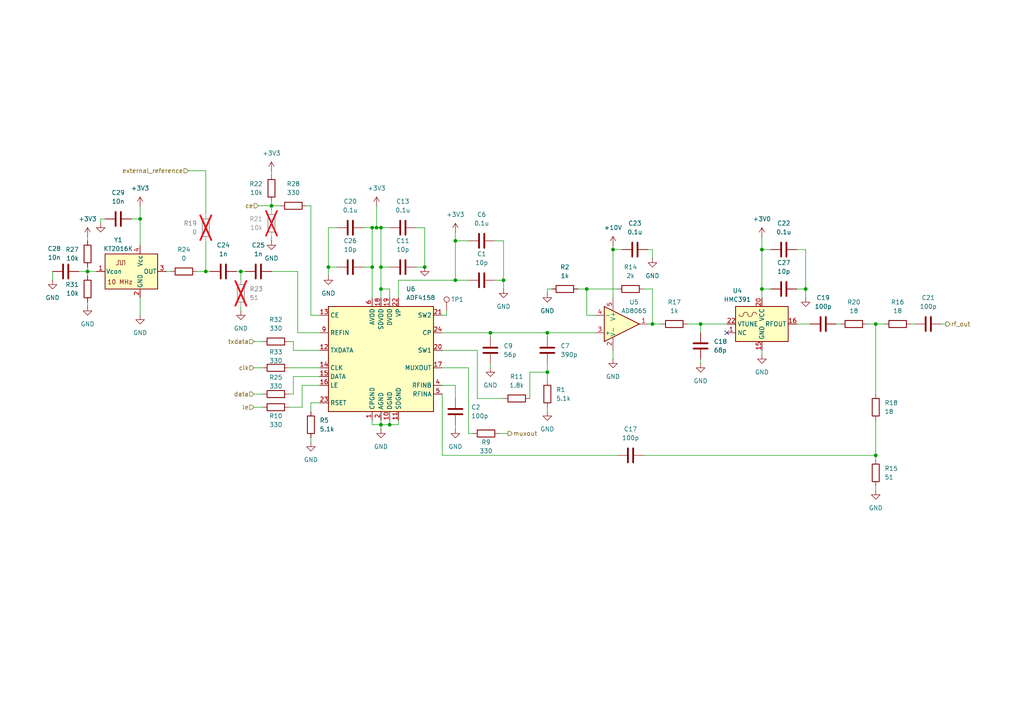
<source format=kicad_sch>
(kicad_sch (version 20250114) (generator "eeschema") (generator_version "9.0")
  (paper "A4")
  (title_block (title "ADF4158 + HMC391 PCB") (rev "v1.0") (company "Daniel Estévez"))
  (lib_symbols
    (symbol "ADF4158_PCB_library:AD8065" (pin_names (offset 0.127))
      (property "Reference" "U" (at 0 5.08 0))
      (property "Value" "AD8065" (at 0 -5.08 0))
      (symbol "AD8065_0_1"
        (polyline (pts (xy -5.08 5.08) (xy 5.08 0) (xy -5.08 -5.08) (xy -5.08 5.08)) (stroke (width 0.254)) (fill (type background)))
        (pin power_in line (at -2.54 7.62 270) (length 3.81) (name "V+") (number "5"))
        (pin power_in line (at -2.54 -7.62 90) (length 3.81) (name "V-") (number "2"))
      )
      (symbol "AD8065_1_1"
        (pin input line (at -7.62 2.54 0) (length 2.54) (name "-") (number "4"))
        (pin input line (at -7.62 -2.54 0) (length 2.54) (name "+") (number "3"))
        (pin output line (at 7.62 0 180) (length 2.54) (name "~") (number "1"))
      )
    )
    (symbol "ADF4158_PCB_library:HMC391"
      (property "Reference" "U" (at -6.35 6.35 0))
      (property "Value" "HMC391" (at 5.08 6.35 0))
      (symbol "HMC391_0_1"
        (rectangle (start -7.62 5.08) (end 7.62 -5.08) (stroke (width 0.254)) (fill (type background)))
        (arc (start -5.334 2.794) (mid -5.969 2.1617) (end -6.604 2.794))
        (arc (start -5.334 2.794) (mid -4.699 3.4263) (end -4.064 2.794))
        (arc (start -2.794 2.794) (mid -3.429 2.1617) (end -4.064 2.794))
        (arc (start -2.794 2.794) (mid -2.159 3.4263) (end -1.524 2.794))
      )
      (symbol "HMC391_1_1"
        (pin input line (at -10.16 0 0) (length 2.54) (name "VTUNE") (number "22"))
        (pin passive line (at -10.16 -2.54 0) (length 2.54) (name "NC") (number "1"))
        (pin passive line (at -10.16 -2.54 0) (length 2.54) (hide yes) (name "NC") (number "10"))
        (pin passive line (at -10.16 -2.54 0) (length 2.54) (hide yes) (name "NC") (number "11"))
        (pin passive line (at -10.16 -2.54 0) (length 2.54) (hide yes) (name "NC") (number "12"))
        (pin passive line (at -10.16 -2.54 0) (length 2.54) (hide yes) (name "NC") (number "13"))
        (pin passive line (at -10.16 -2.54 0) (length 2.54) (hide yes) (name "NC") (number "14"))
        (pin passive line (at -10.16 -2.54 0) (length 2.54) (hide yes) (name "NC") (number "17"))
        (pin passive line (at -10.16 -2.54 0) (length 2.54) (hide yes) (name "NC") (number "18"))
        (pin passive line (at -10.16 -2.54 0) (length 2.54) (hide yes) (name "NC") (number "19"))
        (pin passive line (at -10.16 -2.54 0) (length 2.54) (hide yes) (name "NC") (number "2"))
        (pin passive line (at -10.16 -2.54 0) (length 2.54) (hide yes) (name "NC") (number "21"))
        (pin passive line (at -10.16 -2.54 0) (length 2.54) (hide yes) (name "NC") (number "23"))
        (pin passive line (at -10.16 -2.54 0) (length 2.54) (hide yes) (name "NC") (number "24"))
        (pin passive line (at -10.16 -2.54 0) (length 2.54) (hide yes) (name "NC") (number "3"))
        (pin passive line (at -10.16 -2.54 0) (length 2.54) (hide yes) (name "NC") (number "4"))
        (pin passive line (at -10.16 -2.54 0) (length 2.54) (hide yes) (name "NC") (number "5"))
        (pin passive line (at -10.16 -2.54 0) (length 2.54) (hide yes) (name "NC") (number "6"))
        (pin passive line (at -10.16 -2.54 0) (length 2.54) (hide yes) (name "NC") (number "7"))
        (pin passive line (at -10.16 -2.54 0) (length 2.54) (hide yes) (name "NC") (number "8"))
        (pin passive line (at -10.16 -2.54 0) (length 2.54) (hide yes) (name "NC") (number "9"))
        (pin power_in line (at 0 7.62 270) (length 2.54) (name "VCC") (number "20"))
        (pin power_in line (at 0 -7.62 90) (length 2.54) (name "GND") (number "15"))
        (pin passive line (at 0 -7.62 90) (length 2.54) (hide yes) (name "GND") (number "25"))
        (pin output line (at 10.16 0 180) (length 2.54) (name "RFOUT") (number "16"))
      )
    )
    (symbol "ADF4158_PCB_library:KT2016K" (pin_names (offset 0.254))
      (property "Reference" "Y" (at -5.08 6.35 0))
      (property "Value" "KT2016K" (at 1.27 -6.35 0))
      (symbol "KT2016K_0_1"
        (rectangle (start -10.16 5.08) (end 5.08 -5.08) (stroke (width 0.254)) (fill (type background)))
        (polyline (pts (xy -6.985 1.905) (xy -6.35 1.905) (xy -6.35 3.175) (xy -5.715 3.175) (xy -5.715 1.905) (xy -5.08 1.905) (xy -5.08 3.175) (xy -4.445 3.175) (xy -4.445 1.905)))
      )
      (symbol "KT2016K_1_1"
        (text "10 MHz" (at -5.842 -3.048 0) (effects (font (size 1.27 1.27))))
        (pin input line (at -12.7 0 0) (length 2.54) (name "Vcon") (number "1"))
        (pin power_in line (at 0 7.62 270) (length 2.54) (name "Vcc") (number "4"))
        (pin power_in line (at 0 -7.62 90) (length 2.54) (name "GND") (number "2"))
        (pin output line (at 7.62 0 180) (length 2.54) (name "OUT") (number "3"))
      )
    )
    (symbol "Connector:TestPoint" (pin_numbers (hide yes)) (pin_names (offset 0.762) (hide yes))
      (property "Reference" "TP" (at 0 6.858 0))
      (property "Value" "TestPoint" (at 0 5.08 0))
      (symbol "TestPoint_0_1"
        (circle (center 0 3.302) (radius 0.762))
      )
      (symbol "TestPoint_1_1"
        (pin passive line (at 0 0 90) (length 2.54) (name "1") (number "1"))
      )
    )
    (symbol "Device:C" (pin_numbers (hide yes)) (pin_names (offset 0.254))
      (property "Reference" "C" (at 0.635 2.54 0))
      (property "Value" "C" (at 0.635 -2.54 0))
      (symbol "C_0_1"
        (polyline (pts (xy -2.032 0.762) (xy 2.032 0.762)) (stroke (width 0.508)))
        (polyline (pts (xy -2.032 -0.762) (xy 2.032 -0.762)) (stroke (width 0.508)))
      )
      (symbol "C_1_1"
        (pin passive line (at 0 3.81 270) (length 2.794) (name "~") (number "1"))
        (pin passive line (at 0 -3.81 90) (length 2.794) (name "~") (number "2"))
      )
    )
    (symbol "Device:R" (pin_numbers (hide yes)) (pin_names (offset 0))
      (property "Reference" "R" (at 2.032 0 90))
      (property "Value" "R" (at 0 0 90))
      (symbol "R_0_1"
        (rectangle (start -1.016 -2.54) (end 1.016 2.54) (stroke (width 0.254)))
      )
      (symbol "R_1_1"
        (pin passive line (at 0 3.81 270) (length 1.27) (name "~") (number "1"))
        (pin passive line (at 0 -3.81 90) (length 1.27) (name "~") (number "2"))
      )
    )
    (symbol "Timer_PLL:ADF4158"
      (property "Reference" "U" (at 0 2.54 0))
      (property "Value" "ADF4158" (at 0 0 0))
      (symbol "ADF4158_0_1"
        (rectangle (start -15.24 15.24) (end 15.24 -15.24) (stroke (width 0.254)) (fill (type background)))
      )
      (symbol "ADF4158_1_1"
        (pin input line (at -17.78 12.7 0) (length 2.54) (name "CE") (number "13"))
        (pin input line (at -17.78 7.62 0) (length 2.54) (name "REFIN") (number "9"))
        (pin input line (at -17.78 2.54 0) (length 2.54) (name "TXDATA") (number "12"))
        (pin input line (at -17.78 -2.54 0) (length 2.54) (name "CLK") (number "14"))
        (pin input line (at -17.78 -5.08 0) (length 2.54) (name "DATA") (number "15"))
        (pin input line (at -17.78 -7.62 0) (length 2.54) (name "LE") (number "16"))
        (pin passive line (at -17.78 -12.7 0) (length 2.54) (name "RSET") (number "23"))
        (pin power_in line (at -2.54 17.78 270) (length 2.54) (name "AVDD") (number "6"))
        (pin passive line (at -2.54 17.78 270) (length 2.54) (hide yes) (name "AVDD") (number "7"))
        (pin passive line (at -2.54 17.78 270) (length 2.54) (hide yes) (name "AVDD") (number "8"))
        (pin power_in line (at -2.54 -17.78 90) (length 2.54) (name "CPGND") (number "1"))
        (pin power_in line (at 0 17.78 270) (length 2.54) (name "SDVDD") (number "18"))
        (pin power_in line (at 0 -17.78 90) (length 2.54) (name "AGND") (number "2"))
        (pin passive line (at 0 -17.78 90) (length 2.54) (hide yes) (name "AGND") (number "25"))
        (pin passive line (at 0 -17.78 90) (length 2.54) (hide yes) (name "AGND") (number "3"))
        (pin power_in line (at 2.54 17.78 270) (length 2.54) (name "DVDD") (number "19"))
        (pin power_in line (at 2.54 -17.78 90) (length 2.54) (name "DGND") (number "10"))
        (pin power_in line (at 5.08 17.78 270) (length 2.54) (name "VP") (number "22"))
        (pin power_in line (at 5.08 -17.78 90) (length 2.54) (name "SDGND") (number "11"))
        (pin passive line (at 17.78 12.7 180) (length 2.54) (name "SW2") (number "21"))
        (pin output line (at 17.78 7.62 180) (length 2.54) (name "CP") (number "24"))
        (pin passive line (at 17.78 2.54 180) (length 2.54) (name "SW1") (number "20"))
        (pin output line (at 17.78 -2.54 180) (length 2.54) (name "MUXOUT") (number "17"))
        (pin input line (at 17.78 -7.62 180) (length 2.54) (name "RFINB") (number "4"))
        (pin input line (at 17.78 -10.16 180) (length 2.54) (name "RFINA") (number "5"))
      )
    )
    (symbol "power:+10V" (power) (pin_numbers (hide yes)) (pin_names (offset 0) (hide yes))
      (property "Value" "+10V" (at 0 3.556 0))
      (symbol "+10V_0_1"
        (polyline (pts (xy -0.762 1.27) (xy 0 2.54)))
        (polyline (pts (xy 0 2.54) (xy 0.762 1.27)))
        (polyline (pts (xy 0 0) (xy 0 2.54)))
      )
      (symbol "+10V_1_1"
        (pin power_in line (at 0 0 90) (length 0) (name "~") (number "1"))
      )
    )
    (symbol "power:+3V0" (power) (pin_numbers (hide yes)) (pin_names (offset 0) (hide yes))
      (property "Value" "+3V0" (at 0 3.556 0))
      (symbol "+3V0_0_1"
        (polyline (pts (xy -0.762 1.27) (xy 0 2.54)))
        (polyline (pts (xy 0 2.54) (xy 0.762 1.27)))
        (polyline (pts (xy 0 0) (xy 0 2.54)))
      )
      (symbol "+3V0_1_1"
        (pin power_in line (at 0 0 90) (length 0) (name "~") (number "1"))
      )
    )
    (symbol "power:+3V3" (power) (pin_numbers (hide yes)) (pin_names (offset 0) (hide yes))
      (property "Value" "+3V3" (at 0 3.556 0))
      (symbol "+3V3_0_1"
        (polyline (pts (xy -0.762 1.27) (xy 0 2.54)))
        (polyline (pts (xy 0 2.54) (xy 0.762 1.27)))
        (polyline (pts (xy 0 0) (xy 0 2.54)))
      )
      (symbol "+3V3_1_1"
        (pin power_in line (at 0 0 90) (length 0) (name "~") (number "1"))
      )
    )
    (symbol "power:GND" (power) (pin_numbers (hide yes)) (pin_names (offset 0) (hide yes))
      (property "Value" "GND" (at 0 -3.81 0))
      (symbol "GND_0_1"
        (polyline (pts (xy 0 0) (xy 0 -1.27) (xy 1.27 -1.27) (xy 0 -2.54) (xy -1.27 -1.27) (xy 0 -1.27)))
      )
      (symbol "GND_1_1"
        (pin power_in line (at 0 0 270) (length 0) (name "~") (number "1"))
      )
    )
  )
  (junction (at 158.75 96.52))
  (junction (at 123.19 77.47))
  (junction (at 146.05 81.28))
  (junction (at 113.03 123.19))
  (junction (at 69.85 78.74))
  (junction (at 158.75 107.95))
  (junction (at 203.2 93.98))
  (junction (at 170.18 83.82))
  (junction (at 132.08 81.28))
  (junction (at 40.64 63.5))
  (junction (at 220.98 83.82))
  (junction (at 109.22 66.04))
  (junction (at 220.98 72.39))
  (junction (at 177.8 72.39))
  (junction (at 95.25 77.47))
  (junction (at 189.23 93.98))
  (junction (at 110.49 123.19))
  (junction (at 59.69 78.74))
  (junction (at 25.4 78.74))
  (junction (at 233.68 83.82))
  (junction (at 107.95 66.04))
  (junction (at 254 132.08))
  (junction (at 107.95 77.47))
  (junction (at 254 93.98))
  (junction (at 110.49 83.82))
  (junction (at 110.49 66.04))
  (junction (at 132.08 69.85))
  (junction (at 142.24 96.52))
  (junction (at 78.74 59.69))
  (junction (at 110.49 77.47))
  (no_connect (at 210.82 96.52))
  (wire (pts (xy 87.63 118.11) (xy 87.63 111.76)))
  (wire (pts (xy 132.08 81.28) (xy 115.57 81.28)))
  (wire (pts (xy 158.75 107.95) (xy 158.75 110.49)))
  (wire (pts (xy 167.64 83.82) (xy 170.18 83.82)))
  (wire (pts (xy 220.98 68.58) (xy 220.98 72.39)))
  (wire (pts (xy 92.71 116.84) (xy 90.17 116.84)))
  (wire (pts (xy 57.15 78.74) (xy 59.69 78.74)))
  (wire (pts (xy 132.08 67.31) (xy 132.08 69.85)))
  (wire (pts (xy 123.19 77.47) (xy 120.65 77.47)))
  (wire (pts (xy 83.82 99.06) (xy 85.09 99.06)))
  (wire (pts (xy 110.49 123.19) (xy 110.49 124.46)))
  (wire (pts (xy 129.54 91.44) (xy 129.54 90.17)))
  (wire (pts (xy 177.8 101.6) (xy 177.8 104.14)))
  (wire (pts (xy 128.27 111.76) (xy 132.08 111.76)))
  (wire (pts (xy 123.19 66.04) (xy 123.19 77.47)))
  (wire (pts (xy 78.74 78.74) (xy 86.36 78.74)))
  (wire (pts (xy 177.8 72.39) (xy 177.8 86.36)))
  (wire (pts (xy 170.18 83.82) (xy 170.18 91.44)))
  (wire (pts (xy 177.8 71.12) (xy 177.8 72.39)))
  (wire (pts (xy 90.17 116.84) (xy 90.17 119.38)))
  (wire (pts (xy 71.12 78.74) (xy 69.85 78.74)))
  (wire (pts (xy 170.18 83.82) (xy 179.07 83.82)))
  (wire (pts (xy 220.98 101.6) (xy 220.98 102.87)))
  (wire (pts (xy 110.49 66.04) (xy 110.49 77.47)))
  (wire (pts (xy 135.89 106.68) (xy 135.89 125.73)))
  (wire (pts (xy 78.74 59.69) (xy 81.28 59.69)))
  (wire (pts (xy 54.61 49.53) (xy 59.69 49.53)))
  (wire (pts (xy 113.03 77.47) (xy 110.49 77.47)))
  (wire (pts (xy 142.24 105.41) (xy 142.24 106.68)))
  (wire (pts (xy 231.14 93.98) (xy 234.95 93.98)))
  (wire (pts (xy 220.98 72.39) (xy 220.98 83.82)))
  (wire (pts (xy 158.75 118.11) (xy 158.75 119.38)))
  (wire (pts (xy 40.64 86.36) (xy 40.64 91.44)))
  (wire (pts (xy 142.24 96.52) (xy 158.75 96.52)))
  (wire (pts (xy 59.69 69.85) (xy 59.69 78.74)))
  (wire (pts (xy 120.65 66.04) (xy 123.19 66.04)))
  (wire (pts (xy 107.95 123.19) (xy 110.49 123.19)))
  (wire (pts (xy 128.27 132.08) (xy 179.07 132.08)))
  (wire (pts (xy 68.58 78.74) (xy 69.85 78.74)))
  (wire (pts (xy 220.98 83.82) (xy 223.52 83.82)))
  (wire (pts (xy 115.57 123.19) (xy 113.03 123.19)))
  (wire (pts (xy 220.98 72.39) (xy 223.52 72.39)))
  (wire (pts (xy 160.02 83.82) (xy 158.75 83.82)))
  (wire (pts (xy 128.27 106.68) (xy 135.89 106.68)))
  (wire (pts (xy 83.82 106.68) (xy 92.71 106.68)))
  (wire (pts (xy 83.82 114.3) (xy 85.09 114.3)))
  (wire (pts (xy 73.66 106.68) (xy 76.2 106.68)))
  (wire (pts (xy 128.27 101.6) (xy 138.43 101.6)))
  (wire (pts (xy 115.57 81.28) (xy 115.57 86.36)))
  (wire (pts (xy 85.09 101.6) (xy 92.71 101.6)))
  (wire (pts (xy 22.86 78.74) (xy 25.4 78.74)))
  (wire (pts (xy 29.21 63.5) (xy 30.48 63.5)))
  (wire (pts (xy 85.09 114.3) (xy 85.09 109.22)))
  (wire (pts (xy 25.4 87.63) (xy 25.4 88.9)))
  (wire (pts (xy 199.39 93.98) (xy 203.2 93.98)))
  (wire (pts (xy 128.27 114.3) (xy 128.27 132.08)))
  (wire (pts (xy 203.2 93.98) (xy 210.82 93.98)))
  (wire (pts (xy 115.57 121.92) (xy 115.57 123.19)))
  (wire (pts (xy 110.49 83.82) (xy 110.49 86.36)))
  (wire (pts (xy 48.26 78.74) (xy 49.53 78.74)))
  (wire (pts (xy 113.03 121.92) (xy 113.03 123.19)))
  (wire (pts (xy 113.03 83.82) (xy 110.49 83.82)))
  (wire (pts (xy 146.05 83.82) (xy 146.05 81.28)))
  (wire (pts (xy 251.46 93.98) (xy 254 93.98)))
  (wire (pts (xy 113.03 123.19) (xy 110.49 123.19)))
  (wire (pts (xy 187.96 93.98) (xy 189.23 93.98)))
  (wire (pts (xy 254 93.98) (xy 256.54 93.98)))
  (wire (pts (xy 59.69 49.53) (xy 59.69 62.23)))
  (wire (pts (xy 95.25 80.01) (xy 95.25 77.47)))
  (wire (pts (xy 105.41 66.04) (xy 107.95 66.04)))
  (wire (pts (xy 128.27 96.52) (xy 142.24 96.52)))
  (wire (pts (xy 203.2 93.98) (xy 203.2 96.52)))
  (wire (pts (xy 233.68 72.39) (xy 233.68 83.82)))
  (wire (pts (xy 78.74 58.42) (xy 78.74 59.69)))
  (wire (pts (xy 132.08 81.28) (xy 135.89 81.28)))
  (wire (pts (xy 110.49 77.47) (xy 110.49 83.82)))
  (wire (pts (xy 203.2 104.14) (xy 203.2 105.41)))
  (wire (pts (xy 87.63 118.11) (xy 83.82 118.11)))
  (wire (pts (xy 273.05 93.98) (xy 274.32 93.98)))
  (wire (pts (xy 233.68 83.82) (xy 231.14 83.82)))
  (wire (pts (xy 109.22 66.04) (xy 110.49 66.04)))
  (wire (pts (xy 109.22 59.69) (xy 109.22 66.04)))
  (wire (pts (xy 107.95 66.04) (xy 107.95 77.47)))
  (wire (pts (xy 95.25 66.04) (xy 95.25 77.47)))
  (wire (pts (xy 110.49 121.92) (xy 110.49 123.19)))
  (wire (pts (xy 186.69 132.08) (xy 254 132.08)))
  (wire (pts (xy 132.08 69.85) (xy 132.08 81.28)))
  (wire (pts (xy 172.72 96.52) (xy 158.75 96.52)))
  (wire (pts (xy 187.96 72.39) (xy 189.23 72.39)))
  (wire (pts (xy 138.43 115.57) (xy 146.05 115.57)))
  (wire (pts (xy 25.4 68.58) (xy 25.4 69.85)))
  (wire (pts (xy 153.67 107.95) (xy 158.75 107.95)))
  (wire (pts (xy 25.4 78.74) (xy 25.4 77.47)))
  (wire (pts (xy 97.79 66.04) (xy 95.25 66.04)))
  (wire (pts (xy 85.09 99.06) (xy 85.09 101.6)))
  (wire (pts (xy 90.17 127) (xy 90.17 128.27)))
  (wire (pts (xy 25.4 78.74) (xy 27.94 78.74)))
  (wire (pts (xy 78.74 59.69) (xy 78.74 60.96)))
  (wire (pts (xy 142.24 96.52) (xy 142.24 97.79)))
  (wire (pts (xy 40.64 63.5) (xy 38.1 63.5)))
  (wire (pts (xy 107.95 121.92) (xy 107.95 123.19)))
  (wire (pts (xy 132.08 69.85) (xy 135.89 69.85)))
  (wire (pts (xy 158.75 105.41) (xy 158.75 107.95)))
  (wire (pts (xy 264.16 93.98) (xy 265.43 93.98)))
  (wire (pts (xy 40.64 59.69) (xy 40.64 63.5)))
  (wire (pts (xy 113.03 86.36) (xy 113.03 83.82)))
  (wire (pts (xy 254 121.92) (xy 254 132.08)))
  (wire (pts (xy 254 140.97) (xy 254 142.24)))
  (wire (pts (xy 69.85 78.74) (xy 69.85 81.28)))
  (wire (pts (xy 220.98 83.82) (xy 220.98 86.36)))
  (wire (pts (xy 158.75 83.82) (xy 158.75 85.09)))
  (wire (pts (xy 186.69 83.82) (xy 189.23 83.82)))
  (wire (pts (xy 74.93 59.69) (xy 78.74 59.69)))
  (wire (pts (xy 143.51 69.85) (xy 146.05 69.85)))
  (wire (pts (xy 105.41 77.47) (xy 107.95 77.47)))
  (wire (pts (xy 128.27 91.44) (xy 129.54 91.44)))
  (wire (pts (xy 189.23 72.39) (xy 189.23 74.93)))
  (wire (pts (xy 88.9 59.69) (xy 90.17 59.69)))
  (wire (pts (xy 73.66 114.3) (xy 76.2 114.3)))
  (wire (pts (xy 85.09 109.22) (xy 92.71 109.22)))
  (wire (pts (xy 92.71 91.44) (xy 90.17 91.44)))
  (wire (pts (xy 78.74 68.58) (xy 78.74 69.85)))
  (wire (pts (xy 146.05 69.85) (xy 146.05 81.28)))
  (wire (pts (xy 132.08 111.76) (xy 132.08 115.57)))
  (wire (pts (xy 146.05 81.28) (xy 143.51 81.28)))
  (wire (pts (xy 78.74 49.53) (xy 78.74 50.8)))
  (wire (pts (xy 107.95 77.47) (xy 107.95 86.36)))
  (wire (pts (xy 40.64 63.5) (xy 40.64 71.12)))
  (wire (pts (xy 254 132.08) (xy 254 133.35)))
  (wire (pts (xy 95.25 77.47) (xy 97.79 77.47)))
  (wire (pts (xy 231.14 72.39) (xy 233.68 72.39)))
  (wire (pts (xy 189.23 83.82) (xy 189.23 93.98)))
  (wire (pts (xy 138.43 101.6) (xy 138.43 115.57)))
  (wire (pts (xy 59.69 78.74) (xy 60.96 78.74)))
  (wire (pts (xy 86.36 96.52) (xy 92.71 96.52)))
  (wire (pts (xy 73.66 118.11) (xy 76.2 118.11)))
  (wire (pts (xy 113.03 66.04) (xy 110.49 66.04)))
  (wire (pts (xy 242.57 93.98) (xy 243.84 93.98)))
  (wire (pts (xy 153.67 115.57) (xy 153.67 107.95)))
  (wire (pts (xy 109.22 66.04) (xy 107.95 66.04)))
  (wire (pts (xy 158.75 97.79) (xy 158.75 96.52)))
  (wire (pts (xy 15.24 78.74) (xy 15.24 81.28)))
  (wire (pts (xy 254 93.98) (xy 254 114.3)))
  (wire (pts (xy 90.17 91.44) (xy 90.17 59.69)))
  (wire (pts (xy 189.23 93.98) (xy 191.77 93.98)))
  (wire (pts (xy 29.21 64.77) (xy 29.21 63.5)))
  (wire (pts (xy 135.89 125.73) (xy 137.16 125.73)))
  (wire (pts (xy 170.18 91.44) (xy 172.72 91.44)))
  (wire (pts (xy 177.8 72.39) (xy 180.34 72.39)))
  (wire (pts (xy 233.68 86.36) (xy 233.68 83.82)))
  (wire (pts (xy 144.78 125.73) (xy 147.32 125.73)))
  (wire (pts (xy 69.85 88.9) (xy 69.85 90.17)))
  (wire (pts (xy 73.66 99.06) (xy 76.2 99.06)))
  (wire (pts (xy 86.36 78.74) (xy 86.36 96.52)))
  (wire (pts (xy 132.08 123.19) (xy 132.08 124.46)))
  (wire (pts (xy 87.63 111.76) (xy 92.71 111.76)))
  (wire (pts (xy 25.4 78.74) (xy 25.4 80.01)))
  (hierarchical_label "external_reference" (shape input) (at 54.61 49.53 180))
  (hierarchical_label "txdata" (shape input) (at 73.66 99.06 180))
  (hierarchical_label "le" (shape input) (at 73.66 118.11 180))
  (hierarchical_label "rf_out" (shape output) (at 274.32 93.98 0))
  (hierarchical_label "muxout" (shape output) (at 147.32 125.73 0))
  (hierarchical_label "ce" (shape input) (at 74.93 59.69 180))
  (hierarchical_label "data" (shape input) (at 73.66 114.3 180))
  (hierarchical_label "clk" (shape input) (at 73.66 106.68 180))
  (symbol (lib_id "Device:R") (at 80.01 99.06 90) (unit 1)
    (property "Reference" "R32" (at 80.01 92.71 90))
    (property "Value" "330" (at 80.01 95.25 90))
    (property "Footprint" "Resistor_SMD:R_0402_1005Metric" (effects (hide yes)))
    (property "Datasheet" "https://industrial.panasonic.com/cdbs/www-data/pdf/RDA0000/AOA0000C304.pdf" (effects (hide yes)))
    (property "Description" "RES SMD 330 OHM 1% 1/10W 0402" (effects (hide yes)))
    (property "Digikey Part Number" "P330LCT-ND" (effects (hide yes)))
  )
  (symbol (lib_id "Device:R") (at 85.09 59.69 90) (unit 1)
    (property "Reference" "R28" (at 85.09 53.34 90))
    (property "Value" "330" (at 85.09 55.88 90))
    (property "Footprint" "Resistor_SMD:R_0402_1005Metric" (effects (hide yes)))
    (property "Datasheet" "https://industrial.panasonic.com/cdbs/www-data/pdf/RDA0000/AOA0000C304.pdf" (effects (hide yes)))
    (property "Description" "RES SMD 330 OHM 1% 1/10W 0402" (effects (hide yes)))
    (property "Digikey Part Number" "P330LCT-ND" (effects (hide yes)))
  )
  (symbol (lib_id "Device:R") (at 158.75 114.3 180) (unit 1)
    (property "Reference" "R1" (at 161.29 113.0299 0) (effects (justify right)))
    (property "Value" "5.1k" (at 161.29 115.5699 0) (effects (justify right)))
    (property "Footprint" "Resistor_SMD:R_0402_1005Metric" (effects (hide yes)))
    (property "Datasheet" "https://industrial.panasonic.com/cdbs/www-data/pdf/RDM0000/AOA0000C307.pdf" (effects (hide yes)))
    (property "Description" "RES SMD 5.1K OHM 0.1% 1/16W 0402" (effects (hide yes)))
    (property "Digikey Part Number" "P5.1KDCCT-ND" (effects (hide yes)))
  )
  (symbol (lib_id "Device:R") (at 80.01 106.68 90) (unit 1)
    (property "Reference" "R33" (at 80.01 102.108 90))
    (property "Value" "330" (at 80.01 104.648 90))
    (property "Footprint" "Resistor_SMD:R_0402_1005Metric" (effects (hide yes)))
    (property "Datasheet" "https://industrial.panasonic.com/cdbs/www-data/pdf/RDA0000/AOA0000C304.pdf" (effects (hide yes)))
    (property "Description" "RES SMD 330 OHM 1% 1/10W 0402" (effects (hide yes)))
    (property "Digikey Part Number" "P330LCT-ND" (effects (hide yes)))
  )
  (symbol (lib_id "power:GND") (at 158.75 85.09 0) (unit 1)
    (property "Reference" "#PWR015" (effects (hide yes)))
    (property "Value" "GND" (at 158.75 90.17 0))
    (property "Description" "Power symbol creates a global label with name \"GND\" , ground" (effects (hide yes)))
  )
  (symbol (lib_id "Device:R") (at 140.97 125.73 90) (unit 1)
    (property "Reference" "R9" (at 140.97 128.27 90))
    (property "Value" "330" (at 140.97 130.81 90))
    (property "Footprint" "Resistor_SMD:R_0402_1005Metric" (effects (hide yes)))
    (property "Datasheet" "https://industrial.panasonic.com/cdbs/www-data/pdf/RDA0000/AOA0000C304.pdf" (effects (hide yes)))
    (property "Description" "RES SMD 330 OHM 1% 1/10W 0402" (effects (hide yes)))
    (property "Digikey Part Number" "P330LCT-ND" (effects (hide yes)))
  )
  (symbol (lib_id "Device:R") (at 78.74 54.61 0) (mirror y) (unit 1)
    (property "Reference" "R22" (at 76.2 53.3399 0) (effects (justify left)))
    (property "Value" "10k" (at 76.2 55.8799 0) (effects (justify left)))
    (property "Footprint" "Resistor_SMD:R_0402_1005Metric" (effects (hide yes)))
    (property "Datasheet" "https://industrial.panasonic.com/cdbs/www-data/pdf/RDA0000/AOA0000C304.pdf" (effects (hide yes)))
    (property "Description" "RES SMD 10K OHM 1% 1/10W 0402" (effects (hide yes)))
    (property "Digikey Part Number" "P10.0KLCT-ND" (effects (hide yes)))
  )
  (symbol (lib_id "Device:R") (at 254 137.16 180) (unit 1)
    (property "Reference" "R15" (at 256.54 135.8899 0) (effects (justify right)))
    (property "Value" "51" (at 256.54 138.4299 0) (effects (justify right)))
    (property "Footprint" "Resistor_SMD:R_0402_1005Metric" (effects (hide yes)))
    (property "Datasheet" "https://industrial.panasonic.com/cdbs/www-data/pdf/RDA0000/AOA0000C304.pdf" (effects (hide yes)))
    (property "Description" "RES SMD 51 OHM 1% 1/10W 0402" (effects (hide yes)))
    (property "Digikey Part Number" "P51.0LCT-ND" (effects (hide yes)))
  )
  (symbol (lib_id "power:GND") (at 142.24 106.68 0) (unit 1)
    (property "Reference" "#PWR013" (effects (hide yes)))
    (property "Value" "GND" (at 142.24 111.76 0))
    (property "Description" "Power symbol creates a global label with name \"GND\" , ground" (effects (hide yes)))
  )
  (symbol (lib_id "power:GND") (at 123.19 77.47 0) (mirror y) (unit 1)
    (property "Reference" "#PWR010" (effects (hide yes)))
    (property "Value" "GND" (effects (hide yes)))
    (property "Description" "Power symbol creates a global label with name \"GND\" , ground" (effects (hide yes)))
  )
  (symbol (lib_id "power:GND") (at 15.24 81.28 0) (unit 1)
    (property "Reference" "#PWR053" (effects (hide yes)))
    (property "Value" "GND" (at 15.24 86.36 0))
    (property "Description" "Power symbol creates a global label with name \"GND\" , ground" (effects (hide yes)))
  )
  (symbol (lib_id "Device:C") (at 19.05 78.74 90) (unit 1)
    (property "Reference" "C28" (at 15.748 72.136 90))
    (property "Value" "10n" (at 15.748 74.676 90))
    (property "Footprint" "Capacitor_SMD:C_0402_1005Metric" (effects (hide yes)))
    (property "Datasheet" "https://mm.digikey.com/Volume0/opasdata/d220001/medias/docus/609/CL05B103KB5NNN_Spec.pdf" (effects (hide yes)))
    (property "Description" "CAP CER 10000PF 50V X7R 0402" (effects (hide yes)))
    (property "Digikey Part Number" "1276-1028-1-ND" (effects (hide yes)))
  )
  (symbol (lib_id "Device:R") (at 90.17 123.19 180) (unit 1)
    (property "Reference" "R5" (at 92.71 121.9199 0) (effects (justify right)))
    (property "Value" "5.1k" (at 92.71 124.4599 0) (effects (justify right)))
    (property "Footprint" "Resistor_SMD:R_0402_1005Metric" (effects (hide yes)))
    (property "Datasheet" "https://industrial.panasonic.com/cdbs/www-data/pdf/RDM0000/AOA0000C307.pdf" (effects (hide yes)))
    (property "Description" "RES SMD 5.1K OHM 0.1% 1/16W 0402" (effects (hide yes)))
    (property "Digikey Part Number" "P5.1KDCCT-ND" (effects (hide yes)))
  )
  (symbol (lib_id "Device:C") (at 34.29 63.5 270) (mirror x) (unit 1)
    (property "Reference" "C29" (at 34.29 55.88 90))
    (property "Value" "10n" (at 34.29 58.42 90))
    (property "Footprint" "Capacitor_SMD:C_0402_1005Metric" (effects (hide yes)))
    (property "Datasheet" "https://mm.digikey.com/Volume0/opasdata/d220001/medias/docus/609/CL05B103KB5NNN_Spec.pdf" (effects (hide yes)))
    (property "Description" "CAP CER 10000PF 50V X7R 0402" (effects (hide yes)))
    (property "Digikey Part Number" "1276-1028-1-ND" (effects (hide yes)))
  )
  (symbol (lib_id "power:GND") (at 90.17 128.27 0) (unit 1)
    (property "Reference" "#PWR06" (effects (hide yes)))
    (property "Value" "GND" (at 90.17 133.35 0))
    (property "Description" "Power symbol creates a global label with name \"GND\" , ground" (effects (hide yes)))
  )
  (symbol (lib_id "Device:C") (at 238.76 93.98 90) (unit 1)
    (property "Reference" "C19" (at 238.76 86.36 90))
    (property "Value" "100p" (at 238.76 88.9 90))
    (property "Footprint" "Capacitor_SMD:C_0402_1005Metric" (effects (hide yes)))
    (property "Datasheet" "https://mm.digikey.com/Volume0/opasdata/d220001/medias/docus/609/CL05C101JB5NNNC_Spec.pdf" (effects (hide yes)))
    (property "Description" "CAP CER 100PF 50V C0G/NP0 0402" (effects (hide yes)))
    (property "Digikey Part Number" "1276-1025-1-ND" (effects (hide yes)))
  )
  (symbol (lib_id "Device:C") (at 132.08 119.38 0) (unit 1)
    (property "Reference" "C2" (at 136.652 118.11 0) (effects (justify left)))
    (property "Value" "100p" (at 136.652 120.65 0) (effects (justify left)))
    (property "Footprint" "Capacitor_SMD:C_0402_1005Metric" (effects (hide yes)))
    (property "Datasheet" "https://mm.digikey.com/Volume0/opasdata/d220001/medias/docus/609/CL05C101JB5NNNC_Spec.pdf" (effects (hide yes)))
    (property "Description" "CAP CER 100PF 50V C0G/NP0 0402" (effects (hide yes)))
    (property "Digikey Part Number" "1276-1025-1-ND" (effects (hide yes)))
  )
  (symbol (lib_id "Device:C") (at 142.24 101.6 0) (unit 1)
    (property "Reference" "C9" (at 146.05 100.3299 0) (effects (justify left)))
    (property "Value" "56p" (at 146.05 102.8699 0) (effects (justify left)))
    (property "Footprint" "Capacitor_SMD:C_0402_1005Metric" (effects (hide yes)))
    (property "Datasheet" "https://search.murata.co.jp/Ceramy/image/img/A01X/G101/ENG/GRM1555C1H560JA01-01.pdf" (effects (hide yes)))
    (property "Description" "CAP CER 56PF 50V C0G/NP0 0402" (effects (hide yes)))
    (property "Digikey Part Number" "490-1288-1-ND" (effects (hide yes)))
  )
  (symbol (lib_id "Device:C") (at 101.6 66.04 90) (unit 1)
    (property "Reference" "C20" (at 101.6 58.42 90))
    (property "Value" "0.1u" (at 101.6 60.96 90))
    (property "Footprint" "Capacitor_SMD:C_0402_1005Metric" (effects (hide yes)))
    (property "Datasheet" "https://mm.digikey.com/Volume0/opasdata/d220001/medias/docus/609/CL05B104KP5NNNC_Spec.pdf" (effects (hide yes)))
    (property "Description" "CAP CER 0.1UF 10V X7R 0402" (effects (hide yes)))
    (property "Digikey Part Number" "1276-1002-1-ND" (effects (hide yes)))
  )
  (symbol (lib_id "Device:R") (at 80.01 118.11 90) (unit 1)
    (property "Reference" "R10" (at 80.01 120.65 90))
    (property "Value" "330" (at 80.01 123.19 90))
    (property "Footprint" "Resistor_SMD:R_0402_1005Metric" (effects (hide yes)))
    (property "Datasheet" "https://industrial.panasonic.com/cdbs/www-data/pdf/RDA0000/AOA0000C304.pdf" (effects (hide yes)))
    (property "Description" "RES SMD 330 OHM 1% 1/10W 0402" (effects (hide yes)))
    (property "Digikey Part Number" "P330LCT-ND" (effects (hide yes)))
  )
  (symbol (lib_id "Device:C") (at 139.7 69.85 270) (mirror x) (unit 1)
    (property "Reference" "C6" (at 139.7 62.23 90))
    (property "Value" "0.1u" (at 139.7 64.77 90))
    (property "Footprint" "Capacitor_SMD:C_0402_1005Metric" (effects (hide yes)))
    (property "Datasheet" "https://mm.digikey.com/Volume0/opasdata/d220001/medias/docus/609/CL05B104KP5NNNC_Spec.pdf" (effects (hide yes)))
    (property "Description" "CAP CER 0.1UF 10V X7R 0402" (effects (hide yes)))
    (property "Digikey Part Number" "1276-1002-1-ND" (effects (hide yes)))
  )
  (symbol (lib_id "Device:R") (at 149.86 115.57 90) (unit 1)
    (property "Reference" "R11" (at 149.86 109.22 90))
    (property "Value" "1.8k" (at 149.86 111.76 90))
    (property "Footprint" "Resistor_SMD:R_0402_1005Metric" (effects (hide yes)))
    (property "Datasheet" "https://industrial.panasonic.com/cdbs/www-data/pdf/RDA0000/AOA0000C304.pdf" (effects (hide yes)))
    (property "Description" "RES SMD 1.8K OHM 1% 1/10W 0402" (effects (hide yes)))
    (property "Digikey Part Number" "P1.80KLCT-ND" (effects (hide yes)))
  )
  (symbol (lib_id "power:+3V3") (at 109.22 59.69 0) (unit 1)
    (property "Reference" "#PWR08" (effects (hide yes)))
    (property "Value" "+3V3" (at 109.22 54.61 0))
    (property "Description" "Power symbol creates a global label with name \"+3V3\"" (effects (hide yes)))
  )
  (symbol (lib_id "power:GND") (at 189.23 74.93 0) (unit 1)
    (property "Reference" "#PWR019" (effects (hide yes)))
    (property "Value" "GND" (at 189.23 80.01 0))
    (property "Description" "Power symbol creates a global label with name \"GND\" , ground" (effects (hide yes)))
  )
  (symbol (lib_id "Device:C") (at 64.77 78.74 90) (unit 1)
    (property "Reference" "C24" (at 64.77 71.12 90))
    (property "Value" "1n" (at 64.77 73.66 90))
    (property "Footprint" "Capacitor_SMD:C_0402_1005Metric" (effects (hide yes)))
    (property "Datasheet" "https://mm.digikey.com/Volume0/opasdata/d220001/medias/docus/609/CL05B102KB5NNNC_Spec.pdf" (effects (hide yes)))
    (property "Description" "CAP CER 1000PF 50V X7R 0402" (effects (hide yes)))
    (property "Digikey Part Number" "1276-1032-1-ND" (effects (hide yes)))
  )
  (symbol (lib_id "Device:R") (at 25.4 73.66 0) (mirror y) (unit 1)
    (property "Reference" "R27" (at 22.86 72.3899 0) (effects (justify left)))
    (property "Value" "10k" (at 22.86 74.9299 0) (effects (justify left)))
    (property "Footprint" "Resistor_SMD:R_0402_1005Metric" (effects (hide yes)))
    (property "Datasheet" "https://industrial.panasonic.com/cdbs/www-data/pdf/RDA0000/AOA0000C304.pdf" (effects (hide yes)))
    (property "Description" "RES SMD 10K OHM 1% 1/10W 0402" (effects (hide yes)))
    (property "Digikey Part Number" "P10.0KLCT-ND" (effects (hide yes)))
  )
  (symbol (lib_id "Device:C") (at 203.2 100.33 0) (unit 1)
    (property "Reference" "C18" (at 207.01 99.0599 0) (effects (justify left)))
    (property "Value" "68p" (at 207.01 101.5999 0) (effects (justify left)))
    (property "Footprint" "Capacitor_SMD:C_0402_1005Metric" (effects (hide yes)))
    (property "Datasheet" "https://search.murata.co.jp/Ceramy/image/img/A01X/G101/ENG/GRM1555C1H680JA01-01.pdf" (effects (hide yes)))
    (property "Description" "CAP CER 68PF 50V C0G/NP0 0402" (effects (hide yes)))
    (property "Digikey Part Number" "490-5876-1-ND" (effects (hide yes)))
  )
  (symbol (lib_id "ADF4158_PCB_library:HMC391") (at 220.98 93.98 0) (unit 1)
    (property "Reference" "U4" (at 213.868 84.328 0))
    (property "Value" "HMC391" (at 213.868 86.868 0))
    (property "Footprint" "Package_DFN_QFN:QFN-24-1EP_4x4mm_P0.5mm_EP2.8x2.8mm" (effects (hide yes)))
    (property "Datasheet" "https://www.analog.com/media/en/technical-documentation/data-sheets/hmc391.pdf" (effects (hide yes)))
    (property "Description" "3.9-4.45GHz VCO, QFN-24" (effects (hide yes)))
    (property "Digikey Part Number" "505-HMC391LP4ECT-ND" (effects (hide yes)))
  )
  (symbol (lib_id "power:GND") (at 29.21 64.77 0) (unit 1)
    (property "Reference" "#PWR01" (effects (hide yes)))
    (property "Value" "GND" (effects (hide yes)))
    (property "Description" "Power symbol creates a global label with name \"GND\" , ground" (effects (hide yes)))
  )
  (symbol (lib_id "Device:R") (at 254 118.11 180) (unit 1)
    (property "Reference" "R18" (at 256.54 116.8399 0) (effects (justify right)))
    (property "Value" "18" (at 256.54 119.3799 0) (effects (justify right)))
    (property "Footprint" "Resistor_SMD:R_0402_1005Metric" (effects (hide yes)))
    (property "Datasheet" "https://industrial.panasonic.com/cdbs/www-data/pdf/RDA0000/AOA0000C304.pdf" (effects (hide yes)))
    (property "Description" "RES SMD 18 OHM 1% 1/10W 0402" (effects (hide yes)))
    (property "Digikey Part Number" "P18.0LCT-ND" (effects (hide yes)))
  )
  (symbol (lib_id "power:GND") (at 177.8 104.14 0) (unit 1)
    (property "Reference" "#PWR018" (effects (hide yes)))
    (property "Value" "GND" (at 177.8 109.22 0))
    (property "Description" "Power symbol creates a global label with name \"GND\" , ground" (effects (hide yes)))
  )
  (symbol (lib_id "power:GND") (at 254 142.24 0) (unit 1)
    (property "Reference" "#PWR024" (effects (hide yes)))
    (property "Value" "GND" (at 254 147.32 0))
    (property "Description" "Power symbol creates a global label with name \"GND\" , ground" (effects (hide yes)))
  )
  (symbol (lib_id "Device:C") (at 227.33 72.39 270) (mirror x) (unit 1)
    (property "Reference" "C22" (at 227.33 64.77 90))
    (property "Value" "0.1u" (at 227.33 67.31 90))
    (property "Footprint" "Capacitor_SMD:C_0402_1005Metric" (effects (hide yes)))
    (property "Datasheet" "https://mm.digikey.com/Volume0/opasdata/d220001/medias/docus/609/CL05B104KP5NNNC_Spec.pdf" (effects (hide yes)))
    (property "Description" "CAP CER 0.1UF 10V X7R 0402" (effects (hide yes)))
    (property "Digikey Part Number" "1276-1002-1-ND" (effects (hide yes)))
  )
  (symbol (lib_id "power:GND") (at 95.25 80.01 0) (unit 1)
    (property "Reference" "#PWR07" (effects (hide yes)))
    (property "Value" "GND" (at 95.25 85.09 0))
    (property "Description" "Power symbol creates a global label with name \"GND\" , ground" (effects (hide yes)))
  )
  (symbol (lib_id "Device:R") (at 163.83 83.82 90) (unit 1)
    (property "Reference" "R2" (at 163.83 77.47 90))
    (property "Value" "1k" (at 163.83 80.01 90))
    (property "Footprint" "Resistor_SMD:R_0402_1005Metric" (effects (hide yes)))
    (property "Datasheet" "https://industrial.panasonic.com/cdbs/www-data/pdf/RDA0000/AOA0000C304.pdf" (effects (hide yes)))
    (property "Description" "RES SMD 1K OHM 1% 1/10W 0402" (effects (hide yes)))
    (property "Digikey Part Number" "P1.00KLCT-ND" (effects (hide yes)))
  )
  (symbol (lib_id "Device:C") (at 101.6 77.47 90) (unit 1)
    (property "Reference" "C26" (at 101.6 69.85 90))
    (property "Value" "10p" (at 101.6 72.39 90))
    (property "Footprint" "Capacitor_SMD:C_0402_1005Metric" (effects (hide yes)))
    (property "Datasheet" "https://mm.digikey.com/Volume0/opasdata/d220001/medias/docus/609/CL05C100JB5NNNC_Spec.pdf" (effects (hide yes)))
    (property "Description" "CAP CER 10PF 50V C0G/NP0 0402" (effects (hide yes)))
    (property "Digikey Part Number" "1276-1139-1-ND" (effects (hide yes)))
  )
  (symbol (lib_id "ADF4158_PCB_library:AD8065") (at 180.34 93.98 0) (unit 1)
    (property "Reference" "U5" (at 183.896 87.63 0))
    (property "Value" "AD8065" (at 183.896 90.17 0))
    (property "Footprint" "Package_TO_SOT_SMD:TSOT-23-5" (effects (hide yes)))
    (property "Datasheet" "https://www.analog.com/media/en/technical-documentation/data-sheets/AD8065_8066.pdf" (effects (hide yes)))
    (property "Description" "High Performance, 145 MHzFastFET Op Amp, SOT-23-5" (effects (hide yes)))
    (property "Digikey Part Number" "AD8065ARTZ-REELCT-ND" (effects (hide yes)))
  )
  (symbol (lib_id "Device:C") (at 139.7 81.28 270) (mirror x) (unit 1)
    (property "Reference" "C1" (at 139.7 73.66 90))
    (property "Value" "10p" (at 139.7 76.2 90))
    (property "Footprint" "Capacitor_SMD:C_0402_1005Metric" (effects (hide yes)))
    (property "Datasheet" "https://mm.digikey.com/Volume0/opasdata/d220001/medias/docus/609/CL05C100JB5NNNC_Spec.pdf" (effects (hide yes)))
    (property "Description" "CAP CER 10PF 50V C0G/NP0 0402" (effects (hide yes)))
    (property "Digikey Part Number" "1276-1139-1-ND" (effects (hide yes)))
  )
  (symbol (lib_id "power:GND") (at 40.64 91.44 0) (unit 1)
    (property "Reference" "#PWR04" (effects (hide yes)))
    (property "Value" "GND" (at 40.64 96.52 0))
    (property "Description" "Power symbol creates a global label with name \"GND\" , ground" (effects (hide yes)))
  )
  (symbol (lib_id "power:GND") (at 132.08 124.46 0) (unit 1)
    (property "Reference" "#PWR012" (effects (hide yes)))
    (property "Value" "GND" (at 132.08 129.54 0))
    (property "Description" "Power symbol creates a global label with name \"GND\" , ground" (effects (hide yes)))
  )
  (symbol (lib_id "power:GND") (at 110.49 124.46 0) (unit 1)
    (property "Reference" "#PWR09" (effects (hide yes)))
    (property "Value" "GND" (at 110.49 129.54 0))
    (property "Description" "Power symbol creates a global label with name \"GND\" , ground" (effects (hide yes)))
  )
  (symbol (lib_id "power:GND") (at 158.75 119.38 0) (unit 1)
    (property "Reference" "#PWR016" (effects (hide yes)))
    (property "Value" "GND" (at 158.75 124.46 0))
    (property "Description" "Power symbol creates a global label with name \"GND\" , ground" (effects (hide yes)))
  )
  (symbol (lib_id "Device:C") (at 184.15 72.39 270) (mirror x) (unit 1)
    (property "Reference" "C23" (at 184.15 64.77 90))
    (property "Value" "0.1u" (at 184.15 67.31 90))
    (property "Footprint" "Capacitor_SMD:C_0402_1005Metric" (effects (hide yes)))
    (property "Datasheet" "https://mm.digikey.com/Volume0/opasdata/d220001/medias/docus/609/CL05B104KP5NNNC_Spec.pdf" (effects (hide yes)))
    (property "Description" "CAP CER 0.1UF 10V X7R 0402" (effects (hide yes)))
    (property "Digikey Part Number" "1276-1002-1-ND" (effects (hide yes)))
  )
  (symbol (lib_id "power:+10V") (at 177.8 71.12 0) (unit 1)
    (property "Reference" "#PWR017" (effects (hide yes)))
    (property "Value" "+10V" (at 177.8 66.04 0))
    (property "Description" "Power symbol creates a global label with name \"+10V\"" (effects (hide yes)))
  )
  (symbol (lib_id "Device:C") (at 269.24 93.98 90) (unit 1)
    (property "Reference" "C21" (at 269.24 86.36 90))
    (property "Value" "100p" (at 269.24 88.9 90))
    (property "Footprint" "Capacitor_SMD:C_0402_1005Metric" (effects (hide yes)))
    (property "Datasheet" "https://mm.digikey.com/Volume0/opasdata/d220001/medias/docus/609/CL05C101JB5NNNC_Spec.pdf" (effects (hide yes)))
    (property "Description" "CAP CER 100PF 50V C0G/NP0 0402" (effects (hide yes)))
    (property "Digikey Part Number" "1276-1025-1-ND" (effects (hide yes)))
  )
  (symbol (lib_id "Device:C") (at 158.75 101.6 0) (unit 1)
    (property "Reference" "C7" (at 162.56 100.3299 0) (effects (justify left)))
    (property "Value" "390p" (at 162.56 102.8699 0) (effects (justify left)))
    (property "Footprint" "Capacitor_SMD:C_0402_1005Metric" (effects (hide yes)))
    (property "Datasheet" "https://search.murata.co.jp/Ceramy/image/img/A01X/G101/ENG/GRM1555C1H391JA01-01.pdf" (effects (hide yes)))
    (property "Description" "CAP CER 390PF 50V C0G/NP0 0402" (effects (hide yes)))
    (property "Digikey Part Number" "490-1296-1-ND" (effects (hide yes)))
  )
  (symbol (lib_id "Device:R") (at 80.01 114.3 90) (unit 1)
    (property "Reference" "R25" (at 80.01 109.474 90))
    (property "Value" "330" (at 80.01 112.014 90))
    (property "Footprint" "Resistor_SMD:R_0402_1005Metric" (effects (hide yes)))
    (property "Datasheet" "https://industrial.panasonic.com/cdbs/www-data/pdf/RDA0000/AOA0000C304.pdf" (effects (hide yes)))
    (property "Description" "RES SMD 330 OHM 1% 1/10W 0402" (effects (hide yes)))
    (property "Digikey Part Number" "P330LCT-ND" (effects (hide yes)))
  )
  (symbol (lib_id "Device:R") (at 260.35 93.98 90) (unit 1)
    (property "Reference" "R16" (at 260.35 87.63 90))
    (property "Value" "18" (at 260.35 90.17 90))
    (property "Footprint" "Resistor_SMD:R_0402_1005Metric" (effects (hide yes)))
    (property "Datasheet" "https://industrial.panasonic.com/cdbs/www-data/pdf/RDA0000/AOA0000C304.pdf" (effects (hide yes)))
    (property "Description" "RES SMD 18 OHM 1% 1/10W 0402" (effects (hide yes)))
    (property "Digikey Part Number" "P18.0LCT-ND" (effects (hide yes)))
  )
  (symbol (lib_id "power:+3V3") (at 40.64 59.69 0) (unit 1)
    (property "Reference" "#PWR03" (effects (hide yes)))
    (property "Value" "+3V3" (at 40.64 54.61 0))
    (property "Description" "Power symbol creates a global label with name \"+3V3\"" (effects (hide yes)))
  )
  (symbol (lib_id "Device:C") (at 116.84 66.04 270) (mirror x) (unit 1)
    (property "Reference" "C13" (at 116.84 58.42 90))
    (property "Value" "0.1u" (at 116.84 60.96 90))
    (property "Footprint" "Capacitor_SMD:C_0402_1005Metric" (effects (hide yes)))
    (property "Datasheet" "https://mm.digikey.com/Volume0/opasdata/d220001/medias/docus/609/CL05B104KP5NNNC_Spec.pdf" (effects (hide yes)))
    (property "Description" "CAP CER 0.1UF 10V X7R 0402" (effects (hide yes)))
    (property "Digikey Part Number" "1276-1002-1-ND" (effects (hide yes)))
  )
  (symbol (lib_id "power:GND") (at 146.05 83.82 0) (mirror y) (unit 1)
    (property "Reference" "#PWR014" (effects (hide yes)))
    (property "Value" "GND" (at 146.05 88.9 0))
    (property "Description" "Power symbol creates a global label with name \"GND\" , ground" (effects (hide yes)))
  )
  (symbol (lib_id "power:GND") (at 69.85 90.17 0) (unit 1)
    (property "Reference" "#PWR05" (effects (hide yes)))
    (property "Value" "GND" (at 69.85 95.25 0))
    (property "Description" "Power symbol creates a global label with name \"GND\" , ground" (effects (hide yes)))
  )
  (symbol (lib_id "Device:R") (at 69.85 85.09 180) (unit 1) (dnp yes)
    (property "Reference" "R23" (at 72.39 83.8199 0) (effects (justify right)))
    (property "Value" "51" (at 72.39 86.3599 0) (effects (justify right)))
    (property "Footprint" "Resistor_SMD:R_0402_1005Metric" (effects (hide yes)))
    (property "Datasheet" "https://industrial.panasonic.com/cdbs/www-data/pdf/RDA0000/AOA0000C304.pdf" (effects (hide yes)))
    (property "Description" "RES SMD 51 OHM 1% 1/10W 0402" (effects (hide yes)))
    (property "Digikey Part Number" "P51.0LCT-ND" (effects (hide yes)))
  )
  (symbol (lib_id "power:GND") (at 78.74 69.85 0) (unit 1)
    (property "Reference" "#PWR035" (effects (hide yes)))
    (property "Value" "GND" (at 78.74 74.93 0))
    (property "Description" "Power symbol creates a global label with name \"GND\" , ground" (effects (hide yes)))
  )
  (symbol (lib_id "power:GND") (at 203.2 105.41 0) (unit 1)
    (property "Reference" "#PWR020" (effects (hide yes)))
    (property "Value" "GND" (at 203.2 110.49 0))
    (property "Description" "Power symbol creates a global label with name \"GND\" , ground" (effects (hide yes)))
  )
  (symbol (lib_id "Device:R") (at 53.34 78.74 90) (unit 1)
    (property "Reference" "R24" (at 53.34 72.39 90))
    (property "Value" "0" (at 53.34 74.93 90))
    (property "Footprint" "Resistor_SMD:R_0402_1005Metric" (effects (hide yes)))
    (property "Datasheet" "https://industrial.panasonic.com/ww/products/pt/general-purpose-chip-resistors/models/ERJ2GE0R00X" (effects (hide yes)))
    (property "Description" "RES SMD 0 OHM JUMPER 1/10W 0402" (effects (hide yes)))
    (property "Digikey Part Number" "P0.0JCT-ND" (effects (hide yes)))
  )
  (symbol (lib_id "Device:R") (at 78.74 64.77 0) (mirror y) (unit 1) (dnp yes)
    (property "Reference" "R21" (at 76.2 63.4999 0) (effects (justify left)))
    (property "Value" "10k" (at 76.2 66.0399 0) (effects (justify left)))
    (property "Footprint" "Resistor_SMD:R_0402_1005Metric" (effects (hide yes)))
    (property "Datasheet" "https://industrial.panasonic.com/cdbs/www-data/pdf/RDA0000/AOA0000C304.pdf" (effects (hide yes)))
    (property "Description" "RES SMD 10K OHM 1% 1/10W 0402" (effects (hide yes)))
    (property "Digikey Part Number" "P10.0KLCT-ND" (effects (hide yes)))
  )
  (symbol (lib_id "Timer_PLL:ADF4158") (at 110.49 104.14 0) (unit 1)
    (property "Reference" "U6" (at 117.7641 83.82 0) (effects (justify left)))
    (property "Value" "ADF4158" (at 117.7641 86.36 0) (effects (justify left)))
    (property "Footprint" "Package_CSP:LFCSP-24-1EP_4x4mm_P0.5mm_EP2.5x2.5mm" (effects (hide yes)))
    (property "Datasheet" "https://www.analog.com/media/en/technical-documentation/data-sheets/ADF4158.pdf" (effects (hide yes)))
    (property "Description" "0.5-6.1GHz fractional-N PLL, LFCSP-24" (effects (hide yes)))
    (property "Digikey Part Number" "505-ADF4158CCPZ-ND" (effects (hide yes)))
  )
  (symbol (lib_id "power:+3V3") (at 78.74 49.53 0) (unit 1)
    (property "Reference" "#PWR034" (effects (hide yes)))
    (property "Value" "+3V3" (at 78.74 44.45 0))
    (property "Description" "Power symbol creates a global label with name \"+3V3\"" (effects (hide yes)))
  )
  (symbol (lib_id "power:+3V0") (at 220.98 68.58 0) (unit 1)
    (property "Reference" "#PWR021" (effects (hide yes)))
    (property "Value" "+3V0" (at 220.98 63.5 0))
    (property "Description" "Power symbol creates a global label with name \"+3V0\"" (effects (hide yes)))
  )
  (symbol (lib_id "Device:R") (at 182.88 83.82 90) (unit 1)
    (property "Reference" "R14" (at 182.88 77.47 90))
    (property "Value" "2k" (at 182.88 80.01 90))
    (property "Footprint" "Resistor_SMD:R_0402_1005Metric" (effects (hide yes)))
    (property "Datasheet" "https://industrial.panasonic.com/cdbs/www-data/pdf/RDA0000/AOA0000C304.pdf" (effects (hide yes)))
    (property "Description" "RES SMD 2K OHM 1% 1/10W 0402" (effects (hide yes)))
    (property "Digikey Part Number" "P2.00KLCT-ND" (effects (hide yes)))
  )
  (symbol (lib_id "Connector:TestPoint") (at 129.54 90.17 0) (unit 1)
    (property "Reference" "TP1" (at 130.81 86.868 0) (effects (justify left)))
    (property "Value" "TestPoint" (effects (hide yes)))
    (property "Footprint" "TestPoint:TestPoint_Pad_D2.0mm" (effects (hide yes)))
    (property "Description" "test point" (effects (hide yes)))
  )
  (symbol (lib_id "power:+3V3") (at 132.08 67.31 0) (mirror y) (unit 1)
    (property "Reference" "#PWR011" (effects (hide yes)))
    (property "Value" "+3V3" (at 132.08 62.23 0))
    (property "Description" "Power symbol creates a global label with name \"+3V3\"" (effects (hide yes)))
  )
  (symbol (lib_id "Device:R") (at 25.4 83.82 0) (mirror y) (unit 1)
    (property "Reference" "R31" (at 22.86 82.5499 0) (effects (justify left)))
    (property "Value" "10k" (at 22.86 85.0899 0) (effects (justify left)))
    (property "Footprint" "Resistor_SMD:R_0402_1005Metric" (effects (hide yes)))
    (property "Datasheet" "https://industrial.panasonic.com/cdbs/www-data/pdf/RDA0000/AOA0000C304.pdf" (effects (hide yes)))
    (property "Description" "RES SMD 10K OHM 1% 1/10W 0402" (effects (hide yes)))
    (property "Digikey Part Number" "P10.0KLCT-ND" (effects (hide yes)))
  )
  (symbol (lib_id "Device:R") (at 247.65 93.98 90) (unit 1)
    (property "Reference" "R20" (at 247.65 87.63 90))
    (property "Value" "18" (at 247.65 90.17 90))
    (property "Footprint" "Resistor_SMD:R_0402_1005Metric" (effects (hide yes)))
    (property "Datasheet" "https://industrial.panasonic.com/cdbs/www-data/pdf/RDA0000/AOA0000C304.pdf" (effects (hide yes)))
    (property "Description" "RES SMD 18 OHM 1% 1/10W 0402" (effects (hide yes)))
    (property "Digikey Part Number" "P18.0LCT-ND" (effects (hide yes)))
  )
  (symbol (lib_id "power:GND") (at 25.4 88.9 0) (unit 1)
    (property "Reference" "#PWR052" (effects (hide yes)))
    (property "Value" "GND" (at 25.4 93.98 0))
    (property "Description" "Power symbol creates a global label with name \"GND\" , ground" (effects (hide yes)))
  )
  (symbol (lib_id "ADF4158_PCB_library:KT2016K") (at 40.64 78.74 0) (unit 1)
    (property "Reference" "Y1" (at 34.29 69.596 0))
    (property "Value" "KT2016K" (at 34.29 72.136 0))
    (property "Footprint" "ADF4158_HMC391_PCB:KT2016K" (effects (hide yes)))
    (property "Datasheet" "https://mm.digikey.com/Volume0/opasdata/d220001/medias/docus/5380/KT2016K10000ZAW33ZGK.pdf" (effects (hide yes)))
    (property "Description" "10 MHz VCTCXO" (effects (hide yes)))
    (property "Digikey Part Number" "478-KT2016K10000ZAW33ZGKCT-ND" (effects (hide yes)))
  )
  (symbol (lib_id "power:GND") (at 220.98 102.87 0) (unit 1)
    (property "Reference" "#PWR022" (effects (hide yes)))
    (property "Value" "GND" (at 220.98 107.95 0))
    (property "Description" "Power symbol creates a global label with name \"GND\" , ground" (effects (hide yes)))
  )
  (symbol (lib_id "power:GND") (at 233.68 86.36 0) (mirror y) (unit 1)
    (property "Reference" "#PWR023" (effects (hide yes)))
    (property "Value" "GND" (effects (hide yes)))
    (property "Description" "Power symbol creates a global label with name \"GND\" , ground" (effects (hide yes)))
  )
  (symbol (lib_id "Device:C") (at 182.88 132.08 90) (unit 1)
    (property "Reference" "C17" (at 182.88 124.46 90))
    (property "Value" "100p" (at 182.88 127 90))
    (property "Footprint" "Capacitor_SMD:C_0402_1005Metric" (effects (hide yes)))
    (property "Datasheet" "https://mm.digikey.com/Volume0/opasdata/d220001/medias/docus/609/CL05C101JB5NNNC_Spec.pdf" (effects (hide yes)))
    (property "Description" "CAP CER 100PF 50V C0G/NP0 0402" (effects (hide yes)))
    (property "Digikey Part Number" "1276-1025-1-ND" (effects (hide yes)))
  )
  (symbol (lib_id "power:+3V3") (at 25.4 68.58 0) (unit 1)
    (property "Reference" "#PWR054" (effects (hide yes)))
    (property "Value" "+3V3" (at 25.4 63.5 0))
    (property "Description" "Power symbol creates a global label with name \"+3V3\"" (effects (hide yes)))
  )
  (symbol (lib_id "Device:R") (at 195.58 93.98 90) (unit 1)
    (property "Reference" "R17" (at 195.58 87.63 90))
    (property "Value" "1k" (at 195.58 90.17 90))
    (property "Footprint" "Resistor_SMD:R_0402_1005Metric" (effects (hide yes)))
    (property "Datasheet" "https://industrial.panasonic.com/cdbs/www-data/pdf/RDA0000/AOA0000C304.pdf" (effects (hide yes)))
    (property "Description" "RES SMD 1K OHM 1% 1/10W 0402" (effects (hide yes)))
    (property "Digikey Part Number" "P1.00KLCT-ND" (effects (hide yes)))
  )
  (symbol (lib_id "Device:C") (at 227.33 83.82 270) (mirror x) (unit 1)
    (property "Reference" "C27" (at 227.33 76.2 90))
    (property "Value" "10p" (at 227.33 78.74 90))
    (property "Footprint" "Capacitor_SMD:C_0402_1005Metric" (effects (hide yes)))
    (property "Datasheet" "https://mm.digikey.com/Volume0/opasdata/d220001/medias/docus/609/CL05C100JB5NNNC_Spec.pdf" (effects (hide yes)))
    (property "Description" "CAP CER 10PF 50V C0G/NP0 0402" (effects (hide yes)))
    (property "Digikey Part Number" "1276-1139-1-ND" (effects (hide yes)))
  )
  (symbol (lib_id "Device:C") (at 74.93 78.74 90) (unit 1)
    (property "Reference" "C25" (at 74.93 71.12 90))
    (property "Value" "1n" (at 74.93 73.66 90))
    (property "Footprint" "Capacitor_SMD:C_0402_1005Metric" (effects (hide yes)))
    (property "Datasheet" "https://mm.digikey.com/Volume0/opasdata/d220001/medias/docus/609/CL05B102KB5NNNC_Spec.pdf" (effects (hide yes)))
    (property "Description" "CAP CER 1000PF 50V X7R 0402" (effects (hide yes)))
    (property "Digikey Part Number" "1276-1032-1-ND" (effects (hide yes)))
  )
  (symbol (lib_id "Device:C") (at 116.84 77.47 270) (mirror x) (unit 1)
    (property "Reference" "C11" (at 116.84 69.85 90))
    (property "Value" "10p" (at 116.84 72.39 90))
    (property "Footprint" "Capacitor_SMD:C_0402_1005Metric" (effects (hide yes)))
    (property "Datasheet" "https://mm.digikey.com/Volume0/opasdata/d220001/medias/docus/609/CL05C100JB5NNNC_Spec.pdf" (effects (hide yes)))
    (property "Description" "CAP CER 10PF 50V C0G/NP0 0402" (effects (hide yes)))
    (property "Digikey Part Number" "1276-1139-1-ND" (effects (hide yes)))
  )
  (symbol (lib_id "Device:R") (at 59.69 66.04 0) (mirror x) (unit 1) (dnp yes)
    (property "Reference" "R19" (at 57.15 64.7699 0) (effects (justify right)))
    (property "Value" "0" (at 57.15 67.3099 0) (effects (justify right)))
    (property "Footprint" "Resistor_SMD:R_0402_1005Metric" (effects (hide yes)))
    (property "Datasheet" "https://industrial.panasonic.com/ww/products/pt/general-purpose-chip-resistors/models/ERJ2GE0R00X" (effects (hide yes)))
    (property "Description" "RES SMD 0 OHM JUMPER 1/10W 0402" (effects (hide yes)))
    (property "Digikey Part Number" "P0.0JCT-ND" (effects (hide yes)))
  )
)
</source>
